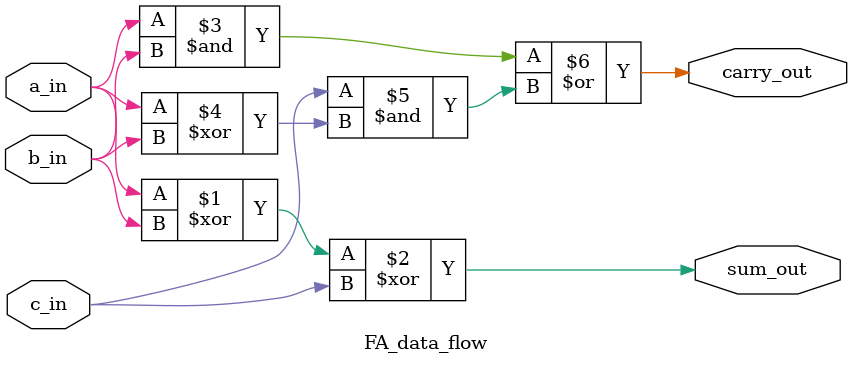
<source format=v>

module FA_data_flow(input a_in,b_in,c_in,output sum_out,carry_out);
	
	
assign sum_out = a_in^b_in^c_in;
assign carry_out = (a_in&b_in) | (c_in &(a_in^b_in));

endmodule

</source>
